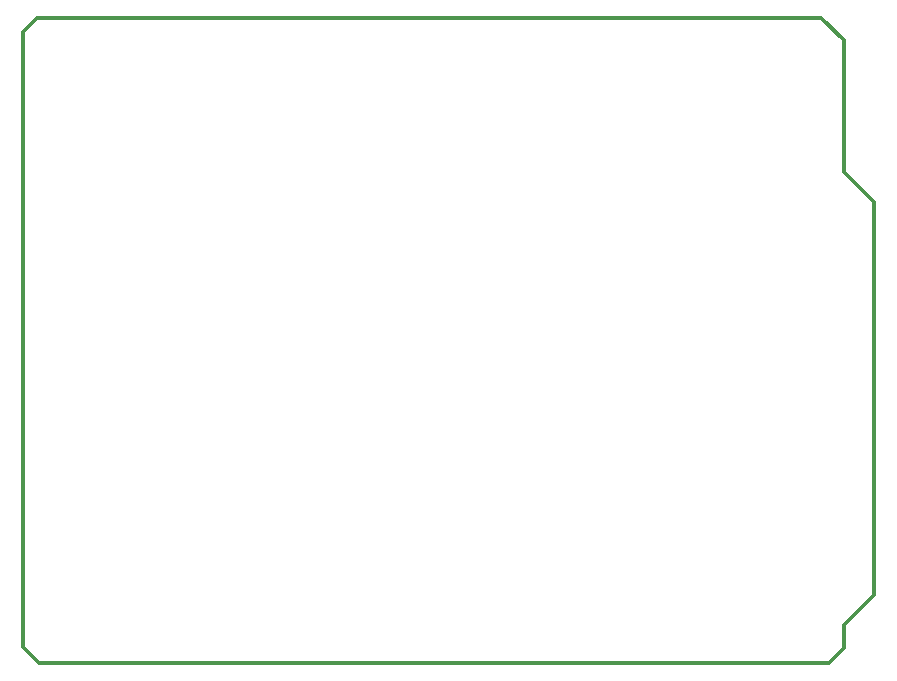
<source format=gbr>
%TF.GenerationSoftware,KiCad,Pcbnew,(6.0.10-0)*%
%TF.CreationDate,2024-08-12T20:49:47-07:00*%
%TF.ProjectId,arduino_shield,61726475-696e-46f5-9f73-6869656c642e,rev?*%
%TF.SameCoordinates,Original*%
%TF.FileFunction,Profile,NP*%
%FSLAX46Y46*%
G04 Gerber Fmt 4.6, Leading zero omitted, Abs format (unit mm)*
G04 Created by KiCad (PCBNEW (6.0.10-0)) date 2024-08-12 20:49:47*
%MOMM*%
%LPD*%
G01*
G04 APERTURE LIST*
%TA.AperFunction,Profile*%
%ADD10C,0.304800*%
%TD*%
G04 APERTURE END LIST*
D10*
X184518300Y-126593600D02*
X184518300Y-93256100D01*
X113690400Y-77698600D02*
X112483900Y-78867000D01*
X181978300Y-131038600D02*
X181978300Y-129133600D01*
X184518300Y-93256100D02*
X181978300Y-90716100D01*
X112483900Y-130937000D02*
X113855500Y-132308600D01*
X180708300Y-132308600D02*
X181978300Y-131038600D01*
X181978300Y-79603600D02*
X180073300Y-77698600D01*
X113855500Y-132308600D02*
X180708300Y-132308600D01*
X112483900Y-78867000D02*
X112483900Y-130937000D01*
X180073300Y-77698600D02*
X113690400Y-77698600D01*
X181978300Y-129133600D02*
X184518300Y-126593600D01*
X181978300Y-90716100D02*
X181978300Y-79603600D01*
M02*

</source>
